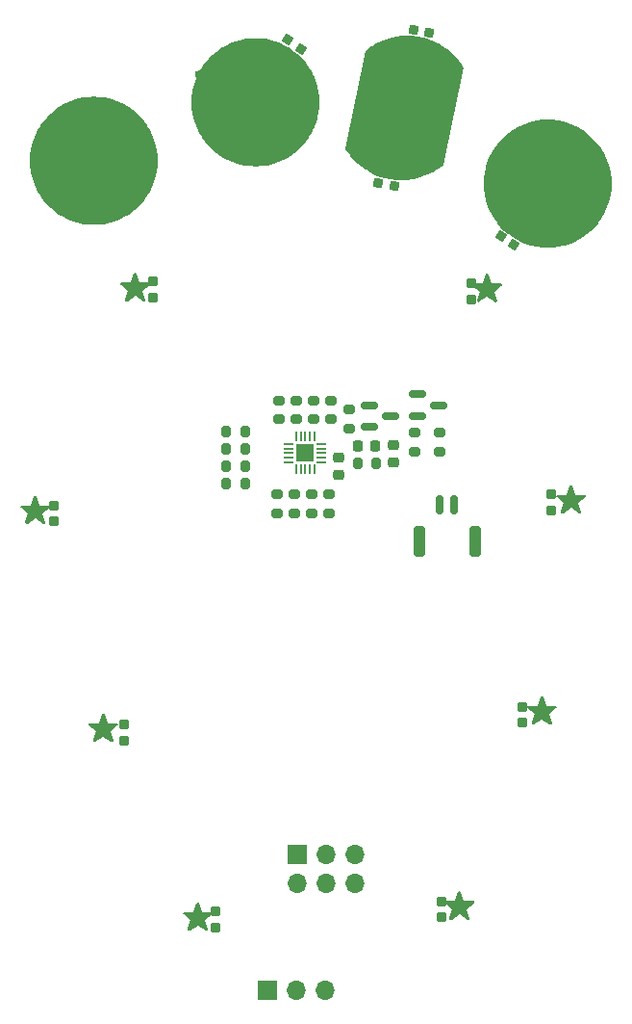
<source format=gbr>
%TF.GenerationSoftware,KiCad,Pcbnew,8.0.5*%
%TF.CreationDate,2024-10-29T18:32:59-07:00*%
%TF.ProjectId,dfiu-ch32v003,64666975-2d63-4683-9332-763030332e6b,rev?*%
%TF.SameCoordinates,Original*%
%TF.FileFunction,Soldermask,Bot*%
%TF.FilePolarity,Negative*%
%FSLAX46Y46*%
G04 Gerber Fmt 4.6, Leading zero omitted, Abs format (unit mm)*
G04 Created by KiCad (PCBNEW 8.0.5) date 2024-10-29 18:32:59*
%MOMM*%
%LPD*%
G01*
G04 APERTURE LIST*
G04 Aperture macros list*
%AMRoundRect*
0 Rectangle with rounded corners*
0 $1 Rounding radius*
0 $2 $3 $4 $5 $6 $7 $8 $9 X,Y pos of 4 corners*
0 Add a 4 corners polygon primitive as box body*
4,1,4,$2,$3,$4,$5,$6,$7,$8,$9,$2,$3,0*
0 Add four circle primitives for the rounded corners*
1,1,$1+$1,$2,$3*
1,1,$1+$1,$4,$5*
1,1,$1+$1,$6,$7*
1,1,$1+$1,$8,$9*
0 Add four rect primitives between the rounded corners*
20,1,$1+$1,$2,$3,$4,$5,0*
20,1,$1+$1,$4,$5,$6,$7,0*
20,1,$1+$1,$6,$7,$8,$9,0*
20,1,$1+$1,$8,$9,$2,$3,0*%
G04 Aperture macros list end*
%ADD10R,1.700000X1.700000*%
%ADD11O,1.700000X1.700000*%
%ADD12RoundRect,0.102000X0.073673X-0.417819X0.417819X0.073673X-0.073673X0.417819X-0.417819X-0.073673X0*%
%ADD13RoundRect,0.102000X0.347537X0.243348X-0.243348X0.347537X-0.347537X-0.243348X0.243348X-0.347537X0*%
%ADD14RoundRect,0.102000X-0.243348X0.347537X-0.347537X-0.243348X0.243348X-0.347537X0.347537X0.243348X0*%
%ADD15RoundRect,0.102000X0.347537X-0.243348X0.243348X0.347537X-0.347537X0.243348X-0.243348X-0.347537X0*%
%ADD16RoundRect,0.102000X-0.417819X0.073673X-0.073673X-0.417819X0.417819X-0.073673X0.073673X0.417819X0*%
%ADD17RoundRect,0.102000X-0.347537X0.243348X-0.243348X-0.347537X0.347537X-0.243348X0.243348X0.347537X0*%
%ADD18RoundRect,0.102000X-0.073673X0.417819X-0.417819X-0.073673X0.073673X-0.417819X0.417819X0.073673X0*%
%ADD19RoundRect,0.102000X0.417819X0.073673X-0.073673X0.417819X-0.417819X-0.073673X0.073673X-0.417819X0*%
%ADD20RoundRect,0.102000X-0.347537X-0.243348X0.243348X-0.347537X0.347537X0.243348X-0.243348X0.347537X0*%
%ADD21RoundRect,0.150000X-0.587500X-0.150000X0.587500X-0.150000X0.587500X0.150000X-0.587500X0.150000X0*%
%ADD22RoundRect,0.102000X-0.417819X-0.073673X0.073673X-0.417819X0.417819X0.073673X-0.073673X0.417819X0*%
%ADD23RoundRect,0.050000X0.375000X0.050000X-0.375000X0.050000X-0.375000X-0.050000X0.375000X-0.050000X0*%
%ADD24RoundRect,0.050000X0.050000X0.375000X-0.050000X0.375000X-0.050000X-0.375000X0.050000X-0.375000X0*%
%ADD25R,1.650000X1.650000*%
%ADD26RoundRect,0.200000X0.275000X-0.200000X0.275000X0.200000X-0.275000X0.200000X-0.275000X-0.200000X0*%
%ADD27RoundRect,0.200000X0.200000X0.275000X-0.200000X0.275000X-0.200000X-0.275000X0.200000X-0.275000X0*%
%ADD28RoundRect,0.200000X-0.275000X0.200000X-0.275000X-0.200000X0.275000X-0.200000X0.275000X0.200000X0*%
%ADD29RoundRect,0.200000X-0.200000X-0.275000X0.200000X-0.275000X0.200000X0.275000X-0.200000X0.275000X0*%
%ADD30RoundRect,0.150000X0.150000X0.700000X-0.150000X0.700000X-0.150000X-0.700000X0.150000X-0.700000X0*%
%ADD31RoundRect,0.250000X0.250000X1.100000X-0.250000X1.100000X-0.250000X-1.100000X0.250000X-1.100000X0*%
%ADD32RoundRect,0.102000X0.417819X-0.073673X0.073673X0.417819X-0.417819X0.073673X-0.073673X-0.417819X0*%
%ADD33RoundRect,0.102000X-0.300000X0.300000X-0.300000X-0.300000X0.300000X-0.300000X0.300000X0.300000X0*%
%ADD34RoundRect,0.102000X0.300000X-0.300000X0.300000X0.300000X-0.300000X0.300000X-0.300000X-0.300000X0*%
%ADD35RoundRect,0.225000X-0.250000X0.225000X-0.250000X-0.225000X0.250000X-0.225000X0.250000X0.225000X0*%
%ADD36RoundRect,0.225000X0.225000X0.250000X-0.225000X0.250000X-0.225000X-0.250000X0.225000X-0.250000X0*%
%ADD37RoundRect,0.225000X0.250000X-0.225000X0.250000X0.225000X-0.250000X0.225000X-0.250000X-0.225000X0*%
G04 APERTURE END LIST*
D10*
%TO.C,J2*%
X64790845Y-153029274D03*
D11*
X64790845Y-155569274D03*
X67330845Y-153029274D03*
X67330845Y-155569274D03*
X69870845Y-153029274D03*
X69870845Y-155569274D03*
%TD*%
D12*
%TO.C,D20*%
X89175000Y-94200000D03*
X89978010Y-93053186D03*
%TD*%
D13*
%TO.C,D15*%
X71885636Y-93978445D03*
X73264364Y-94221555D03*
%TD*%
D14*
%TO.C,D16*%
X76325028Y-88203434D03*
X76568138Y-86824706D03*
%TD*%
D15*
%TO.C,D13*%
X56474973Y-85878435D03*
X56231863Y-84499707D03*
%TD*%
D16*
%TO.C,D9*%
X47207805Y-94122539D03*
X48010813Y-95269351D03*
%TD*%
D17*
%TO.C,D12*%
X61578446Y-88985635D03*
X61821554Y-90364365D03*
%TD*%
D18*
%TO.C,D19*%
X85946990Y-91821814D03*
X86750000Y-90675000D03*
%TD*%
D19*
%TO.C,D18*%
X83819353Y-99435814D03*
X82672539Y-98632804D03*
%TD*%
D20*
%TO.C,D17*%
X74985635Y-80503446D03*
X76364365Y-80746554D03*
%TD*%
D21*
%TO.C,Q1*%
X75361196Y-114462500D03*
X75361196Y-112562500D03*
X77236196Y-113512500D03*
%TD*%
D22*
%TO.C,D14*%
X63903188Y-81371994D03*
X65050000Y-82175000D03*
%TD*%
D23*
%TO.C,U1*%
X66900000Y-116912500D03*
X66900000Y-117312500D03*
X66900000Y-117712500D03*
X66900000Y-118112500D03*
X66900000Y-118512500D03*
D24*
X66250000Y-119162500D03*
X65850000Y-119162500D03*
X65450000Y-119162500D03*
X65050000Y-119162500D03*
X64650000Y-119162500D03*
D23*
X64000000Y-118512500D03*
X64000000Y-118112500D03*
X64000000Y-117712500D03*
X64000000Y-117312500D03*
X64000000Y-116912500D03*
D24*
X64650000Y-116262500D03*
X65050000Y-116262500D03*
X65450000Y-116262500D03*
X65850000Y-116262500D03*
X66250000Y-116262500D03*
D25*
X65450000Y-117712500D03*
%TD*%
D26*
%TO.C,R16*%
X69298696Y-115537500D03*
X69298696Y-113887500D03*
%TD*%
%TO.C,R15*%
X77248696Y-117562500D03*
X77248696Y-115912500D03*
%TD*%
%TO.C,R14*%
X75098696Y-117587500D03*
X75098696Y-115937500D03*
%TD*%
D27*
%TO.C,R13*%
X71698696Y-118612500D03*
X70048696Y-118612500D03*
%TD*%
D28*
%TO.C,R12*%
X67750000Y-114737500D03*
X67750000Y-113087500D03*
%TD*%
%TO.C,R11*%
X66225000Y-113087500D03*
X66225000Y-114737500D03*
%TD*%
%TO.C,R10*%
X64700000Y-113087500D03*
X64700000Y-114737500D03*
%TD*%
%TO.C,R9*%
X63175000Y-113087500D03*
X63175000Y-114737500D03*
%TD*%
D29*
%TO.C,R8*%
X58500000Y-115837500D03*
X60150000Y-115837500D03*
%TD*%
%TO.C,R7*%
X58500000Y-117362500D03*
X60150000Y-117362500D03*
%TD*%
%TO.C,R6*%
X58500000Y-118887500D03*
X60150000Y-118887500D03*
%TD*%
%TO.C,R5*%
X58500000Y-120412500D03*
X60150000Y-120412500D03*
%TD*%
D26*
%TO.C,R4*%
X62950000Y-122987500D03*
X62950000Y-121337500D03*
%TD*%
%TO.C,R3*%
X64475000Y-122987500D03*
X64475000Y-121337500D03*
%TD*%
%TO.C,R2*%
X66000000Y-122987500D03*
X66000000Y-121337500D03*
%TD*%
%TO.C,R1*%
X67525000Y-122987500D03*
X67525000Y-121337500D03*
%TD*%
D21*
%TO.C,Q2*%
X71123696Y-115437500D03*
X71123696Y-113537500D03*
X72998696Y-114487500D03*
%TD*%
D30*
%TO.C,LS1*%
X78575000Y-122275000D03*
X77325000Y-122275000D03*
D31*
X80425000Y-125475000D03*
X75475000Y-125475000D03*
%TD*%
D10*
%TO.C,J1*%
X62150000Y-164900000D03*
D11*
X64690000Y-164900000D03*
X67230000Y-164900000D03*
%TD*%
D32*
%TO.C,D11*%
X48817194Y-91427461D03*
X48014188Y-90280649D03*
%TD*%
D16*
%TO.C,D10*%
X45353008Y-91696812D03*
X44550000Y-90550000D03*
%TD*%
D33*
%TO.C,D8*%
X52052634Y-102622662D03*
X52052634Y-104022662D03*
%TD*%
%TO.C,D7*%
X43301431Y-123725000D03*
X43301431Y-122325000D03*
%TD*%
%TO.C,D6*%
X49490301Y-141576867D03*
X49490301Y-142976867D03*
%TD*%
%TO.C,D5*%
X57575000Y-158000000D03*
X57575000Y-159400000D03*
%TD*%
D34*
%TO.C,D4*%
X77426483Y-158501570D03*
X77426483Y-157101570D03*
%TD*%
%TO.C,D3*%
X84577914Y-141401570D03*
X84577914Y-140001570D03*
%TD*%
%TO.C,D2*%
X87137613Y-122724703D03*
X87137613Y-121324703D03*
%TD*%
%TO.C,D1*%
X80091783Y-102799703D03*
X80091783Y-104199703D03*
%TD*%
D35*
%TO.C,C3*%
X73248696Y-117012500D03*
X73248696Y-118562500D03*
%TD*%
D36*
%TO.C,C2*%
X71648696Y-117062500D03*
X70098696Y-117062500D03*
%TD*%
D37*
%TO.C,C1*%
X68375000Y-119662500D03*
X68375000Y-118112500D03*
%TD*%
G36*
X47309938Y-86412259D02*
G01*
X47320152Y-86413105D01*
X47771869Y-86469412D01*
X47781978Y-86471099D01*
X48227497Y-86564514D01*
X48237432Y-86567030D01*
X48673718Y-86696918D01*
X48683411Y-86700246D01*
X49107468Y-86865715D01*
X49116853Y-86869831D01*
X49525813Y-87069758D01*
X49534827Y-87074636D01*
X49925879Y-87307653D01*
X49934459Y-87313259D01*
X50304923Y-87577766D01*
X50313010Y-87584060D01*
X50660381Y-87878267D01*
X50667921Y-87885209D01*
X50989790Y-88207078D01*
X50996732Y-88214618D01*
X51290939Y-88561989D01*
X51297233Y-88570076D01*
X51561740Y-88940540D01*
X51567346Y-88949120D01*
X51800363Y-89340172D01*
X51805241Y-89349186D01*
X52005168Y-89758146D01*
X52009284Y-89767531D01*
X52174753Y-90191588D01*
X52178081Y-90201281D01*
X52307969Y-90637567D01*
X52310485Y-90647502D01*
X52403900Y-91093021D01*
X52405587Y-91103130D01*
X52461894Y-91554847D01*
X52462740Y-91565061D01*
X52481551Y-92019876D01*
X52481551Y-92030124D01*
X52462740Y-92484938D01*
X52461894Y-92495152D01*
X52405587Y-92946869D01*
X52403900Y-92956978D01*
X52310485Y-93402497D01*
X52307969Y-93412432D01*
X52178081Y-93848718D01*
X52174753Y-93858411D01*
X52009284Y-94282468D01*
X52005168Y-94291853D01*
X51805241Y-94700813D01*
X51800363Y-94709827D01*
X51567346Y-95100879D01*
X51561740Y-95109459D01*
X51297233Y-95479923D01*
X51290939Y-95488010D01*
X50996732Y-95835381D01*
X50989790Y-95842921D01*
X50667921Y-96164790D01*
X50660381Y-96171732D01*
X50313010Y-96465939D01*
X50304923Y-96472233D01*
X49934459Y-96736740D01*
X49925879Y-96742346D01*
X49534827Y-96975363D01*
X49525813Y-96980241D01*
X49116853Y-97180168D01*
X49107468Y-97184284D01*
X48683411Y-97349753D01*
X48673718Y-97353081D01*
X48237432Y-97482969D01*
X48227497Y-97485485D01*
X47781978Y-97578900D01*
X47771869Y-97580587D01*
X47320152Y-97636894D01*
X47309938Y-97637740D01*
X46855124Y-97656551D01*
X46844876Y-97656551D01*
X46390061Y-97637740D01*
X46379847Y-97636894D01*
X45928130Y-97580587D01*
X45918021Y-97578900D01*
X45472502Y-97485485D01*
X45462567Y-97482969D01*
X45026281Y-97353081D01*
X45016588Y-97349753D01*
X44592531Y-97184284D01*
X44583146Y-97180168D01*
X44174186Y-96980241D01*
X44165172Y-96975363D01*
X43774120Y-96742346D01*
X43765540Y-96736740D01*
X43395076Y-96472233D01*
X43386989Y-96465939D01*
X43039618Y-96171732D01*
X43032078Y-96164790D01*
X42710209Y-95842921D01*
X42703267Y-95835381D01*
X42409060Y-95488010D01*
X42402766Y-95479923D01*
X42138259Y-95109459D01*
X42132653Y-95100879D01*
X41899636Y-94709827D01*
X41894758Y-94700813D01*
X41694831Y-94291853D01*
X41690715Y-94282468D01*
X41525246Y-93858411D01*
X41521918Y-93848718D01*
X41392030Y-93412432D01*
X41389514Y-93402497D01*
X41296099Y-92956978D01*
X41294412Y-92946869D01*
X41238105Y-92495152D01*
X41237259Y-92484938D01*
X41218448Y-92030124D01*
X41218448Y-92019876D01*
X41237259Y-91565061D01*
X41238105Y-91554847D01*
X41294412Y-91103130D01*
X41296099Y-91093021D01*
X41389514Y-90647502D01*
X41392030Y-90637567D01*
X41521918Y-90201281D01*
X41525246Y-90191588D01*
X41690715Y-89767531D01*
X41694831Y-89758146D01*
X41894758Y-89349186D01*
X41899636Y-89340172D01*
X42132653Y-88949120D01*
X42138259Y-88940540D01*
X42402766Y-88570076D01*
X42409060Y-88561989D01*
X42703267Y-88214618D01*
X42710209Y-88207078D01*
X43032078Y-87885209D01*
X43039618Y-87878267D01*
X43386989Y-87584060D01*
X43395076Y-87577766D01*
X43765540Y-87313259D01*
X43774120Y-87307653D01*
X44165172Y-87074636D01*
X44174186Y-87069758D01*
X44583146Y-86869831D01*
X44592531Y-86865715D01*
X45016588Y-86700246D01*
X45026281Y-86696918D01*
X45462567Y-86567030D01*
X45472502Y-86564514D01*
X45918021Y-86471099D01*
X45928130Y-86469412D01*
X46379847Y-86413105D01*
X46390061Y-86412259D01*
X46844876Y-86393448D01*
X46855124Y-86393448D01*
X47309938Y-86412259D01*
G37*
G36*
X61536842Y-81261505D02*
G01*
X61547056Y-81262351D01*
X61998773Y-81318658D01*
X62008882Y-81320345D01*
X62454401Y-81413760D01*
X62464336Y-81416276D01*
X62900622Y-81546164D01*
X62910315Y-81549492D01*
X63334372Y-81714961D01*
X63343757Y-81719077D01*
X63752717Y-81919004D01*
X63761731Y-81923882D01*
X64152783Y-82156899D01*
X64161363Y-82162505D01*
X64531827Y-82427012D01*
X64539914Y-82433306D01*
X64887285Y-82727513D01*
X64894825Y-82734455D01*
X65216694Y-83056324D01*
X65223636Y-83063864D01*
X65517843Y-83411235D01*
X65524137Y-83419322D01*
X65788644Y-83789786D01*
X65794250Y-83798366D01*
X66027267Y-84189418D01*
X66032145Y-84198432D01*
X66232072Y-84607392D01*
X66236188Y-84616777D01*
X66401657Y-85040834D01*
X66404985Y-85050527D01*
X66534873Y-85486813D01*
X66537389Y-85496748D01*
X66630804Y-85942267D01*
X66632491Y-85952376D01*
X66688798Y-86404093D01*
X66689644Y-86414307D01*
X66708455Y-86869122D01*
X66708455Y-86879370D01*
X66689644Y-87334184D01*
X66688798Y-87344398D01*
X66632491Y-87796115D01*
X66630804Y-87806224D01*
X66537389Y-88251743D01*
X66534873Y-88261678D01*
X66404985Y-88697964D01*
X66401657Y-88707657D01*
X66236188Y-89131714D01*
X66232072Y-89141099D01*
X66032145Y-89550059D01*
X66027267Y-89559073D01*
X65794250Y-89950125D01*
X65788644Y-89958705D01*
X65524137Y-90329169D01*
X65517843Y-90337256D01*
X65223636Y-90684627D01*
X65216694Y-90692167D01*
X64894825Y-91014036D01*
X64887285Y-91020978D01*
X64539914Y-91315185D01*
X64531827Y-91321479D01*
X64161363Y-91585986D01*
X64152783Y-91591592D01*
X63761731Y-91824609D01*
X63752717Y-91829487D01*
X63343757Y-92029414D01*
X63334372Y-92033530D01*
X62910315Y-92198999D01*
X62900622Y-92202327D01*
X62464336Y-92332215D01*
X62454401Y-92334731D01*
X62008882Y-92428146D01*
X61998773Y-92429833D01*
X61547056Y-92486140D01*
X61536842Y-92486986D01*
X61082028Y-92505797D01*
X61071780Y-92505797D01*
X60616965Y-92486986D01*
X60606751Y-92486140D01*
X60155034Y-92429833D01*
X60144925Y-92428146D01*
X59699406Y-92334731D01*
X59689471Y-92332215D01*
X59253185Y-92202327D01*
X59243492Y-92198999D01*
X58819435Y-92033530D01*
X58810050Y-92029414D01*
X58401090Y-91829487D01*
X58392076Y-91824609D01*
X58001024Y-91591592D01*
X57992444Y-91585986D01*
X57621980Y-91321479D01*
X57613893Y-91315185D01*
X57266522Y-91020978D01*
X57258982Y-91014036D01*
X56937113Y-90692167D01*
X56930171Y-90684627D01*
X56635964Y-90337256D01*
X56629670Y-90329169D01*
X56365163Y-89958705D01*
X56359557Y-89950125D01*
X56126540Y-89559073D01*
X56121662Y-89550059D01*
X55921735Y-89141099D01*
X55917619Y-89131714D01*
X55752150Y-88707657D01*
X55748822Y-88697964D01*
X55618934Y-88261678D01*
X55616418Y-88251743D01*
X55523003Y-87806224D01*
X55521316Y-87796115D01*
X55465009Y-87344398D01*
X55464163Y-87334184D01*
X55445352Y-86879370D01*
X55445352Y-86869122D01*
X55464163Y-86414307D01*
X55465009Y-86404093D01*
X55521316Y-85952376D01*
X55523003Y-85942267D01*
X55616418Y-85496748D01*
X55618934Y-85486813D01*
X55748822Y-85050527D01*
X55752150Y-85040834D01*
X55917619Y-84616777D01*
X55921735Y-84607392D01*
X56121662Y-84198432D01*
X56126540Y-84189418D01*
X56359557Y-83798366D01*
X56365163Y-83789786D01*
X56629670Y-83419322D01*
X56635964Y-83411235D01*
X56930171Y-83063864D01*
X56937113Y-83056324D01*
X57258982Y-82734455D01*
X57266522Y-82727513D01*
X57613893Y-82433306D01*
X57621980Y-82427012D01*
X57992444Y-82162505D01*
X58001024Y-82156899D01*
X58392076Y-81923882D01*
X58401090Y-81919004D01*
X58810050Y-81719077D01*
X58819435Y-81714961D01*
X59243492Y-81549492D01*
X59253185Y-81546164D01*
X59689471Y-81416276D01*
X59699406Y-81413760D01*
X60144925Y-81320345D01*
X60155034Y-81318658D01*
X60606751Y-81262351D01*
X60616965Y-81261505D01*
X61071780Y-81242694D01*
X61082028Y-81242694D01*
X61536842Y-81261505D01*
G37*
G36*
X87254190Y-88421359D02*
G01*
X87264404Y-88422205D01*
X87716121Y-88478512D01*
X87726230Y-88480199D01*
X88171749Y-88573614D01*
X88181684Y-88576130D01*
X88617970Y-88706018D01*
X88627663Y-88709346D01*
X89051720Y-88874815D01*
X89061105Y-88878931D01*
X89470065Y-89078858D01*
X89479079Y-89083736D01*
X89870131Y-89316753D01*
X89878711Y-89322359D01*
X90249175Y-89586866D01*
X90257262Y-89593160D01*
X90604633Y-89887367D01*
X90612173Y-89894309D01*
X90934042Y-90216178D01*
X90940984Y-90223718D01*
X91235191Y-90571089D01*
X91241485Y-90579176D01*
X91505992Y-90949640D01*
X91511598Y-90958220D01*
X91744615Y-91349272D01*
X91749493Y-91358286D01*
X91949420Y-91767246D01*
X91953536Y-91776631D01*
X92119005Y-92200688D01*
X92122333Y-92210381D01*
X92252221Y-92646667D01*
X92254737Y-92656602D01*
X92348152Y-93102121D01*
X92349839Y-93112230D01*
X92406146Y-93563947D01*
X92406992Y-93574161D01*
X92425803Y-94028976D01*
X92425803Y-94039224D01*
X92406992Y-94494038D01*
X92406146Y-94504252D01*
X92349839Y-94955969D01*
X92348152Y-94966078D01*
X92254737Y-95411597D01*
X92252221Y-95421532D01*
X92122333Y-95857818D01*
X92119005Y-95867511D01*
X91953536Y-96291568D01*
X91949420Y-96300953D01*
X91749493Y-96709913D01*
X91744615Y-96718927D01*
X91511598Y-97109979D01*
X91505992Y-97118559D01*
X91241485Y-97489023D01*
X91235191Y-97497110D01*
X90940984Y-97844481D01*
X90934042Y-97852021D01*
X90612173Y-98173890D01*
X90604633Y-98180832D01*
X90257262Y-98475039D01*
X90249175Y-98481333D01*
X89878711Y-98745840D01*
X89870131Y-98751446D01*
X89479079Y-98984463D01*
X89470065Y-98989341D01*
X89061105Y-99189268D01*
X89051720Y-99193384D01*
X88627663Y-99358853D01*
X88617970Y-99362181D01*
X88181684Y-99492069D01*
X88171749Y-99494585D01*
X87726230Y-99588000D01*
X87716121Y-99589687D01*
X87264404Y-99645994D01*
X87254190Y-99646840D01*
X86799376Y-99665651D01*
X86789128Y-99665651D01*
X86334313Y-99646840D01*
X86324099Y-99645994D01*
X85872382Y-99589687D01*
X85862273Y-99588000D01*
X85416754Y-99494585D01*
X85406819Y-99492069D01*
X84970533Y-99362181D01*
X84960840Y-99358853D01*
X84536783Y-99193384D01*
X84527398Y-99189268D01*
X84118438Y-98989341D01*
X84109424Y-98984463D01*
X83718372Y-98751446D01*
X83709792Y-98745840D01*
X83339328Y-98481333D01*
X83331241Y-98475039D01*
X82983870Y-98180832D01*
X82976330Y-98173890D01*
X82654461Y-97852021D01*
X82647519Y-97844481D01*
X82353312Y-97497110D01*
X82347018Y-97489023D01*
X82082511Y-97118559D01*
X82076905Y-97109979D01*
X81843888Y-96718927D01*
X81839010Y-96709913D01*
X81639083Y-96300953D01*
X81634967Y-96291568D01*
X81469498Y-95867511D01*
X81466170Y-95857818D01*
X81336282Y-95421532D01*
X81333766Y-95411597D01*
X81240351Y-94966078D01*
X81238664Y-94955969D01*
X81182357Y-94504252D01*
X81181511Y-94494038D01*
X81162700Y-94039224D01*
X81162700Y-94028976D01*
X81181511Y-93574161D01*
X81182357Y-93563947D01*
X81238664Y-93112230D01*
X81240351Y-93102121D01*
X81333766Y-92656602D01*
X81336282Y-92646667D01*
X81466170Y-92210381D01*
X81469498Y-92200688D01*
X81634967Y-91776631D01*
X81639083Y-91767246D01*
X81839010Y-91358286D01*
X81843888Y-91349272D01*
X82076905Y-90958220D01*
X82082511Y-90949640D01*
X82347018Y-90579176D01*
X82353312Y-90571089D01*
X82647519Y-90223718D01*
X82654461Y-90216178D01*
X82976330Y-89894309D01*
X82983870Y-89887367D01*
X83331241Y-89593160D01*
X83339328Y-89586866D01*
X83709792Y-89322359D01*
X83718372Y-89316753D01*
X84109424Y-89083736D01*
X84118438Y-89078858D01*
X84527398Y-88878931D01*
X84536783Y-88874815D01*
X84960840Y-88709346D01*
X84970533Y-88706018D01*
X85406819Y-88576130D01*
X85416754Y-88573614D01*
X85862273Y-88480199D01*
X85872382Y-88478512D01*
X86324099Y-88422205D01*
X86334313Y-88421359D01*
X86789128Y-88402548D01*
X86799376Y-88402548D01*
X87254190Y-88421359D01*
G37*
G36*
X50555451Y-101869905D02*
G01*
X50606260Y-101917866D01*
X50616427Y-101940026D01*
X50886130Y-102723132D01*
X50886131Y-102723133D01*
X51693339Y-102723133D01*
X51760378Y-102742818D01*
X51806133Y-102795622D01*
X51816077Y-102864780D01*
X51787052Y-102928336D01*
X51769819Y-102944738D01*
X51125000Y-103449998D01*
X51125000Y-103450000D01*
X51374706Y-104213333D01*
X51376841Y-104283170D01*
X51340880Y-104343075D01*
X51278240Y-104374027D01*
X51208810Y-104366201D01*
X51188388Y-104355272D01*
X50498517Y-103898430D01*
X50498516Y-103898430D01*
X49813621Y-104354005D01*
X49746900Y-104374745D01*
X49679559Y-104356120D01*
X49632977Y-104304044D01*
X49621944Y-104235051D01*
X49627091Y-104212206D01*
X49876430Y-103449999D01*
X49876430Y-103449998D01*
X49231611Y-102944738D01*
X49190982Y-102887895D01*
X49187535Y-102818111D01*
X49222364Y-102757540D01*
X49284410Y-102725415D01*
X49308091Y-102723133D01*
X50115299Y-102723133D01*
X50381803Y-101940436D01*
X50422045Y-101883319D01*
X50486779Y-101857026D01*
X50555451Y-101869905D01*
G37*
G36*
X47722235Y-140599110D02*
G01*
X47773044Y-140647071D01*
X47783211Y-140669231D01*
X48052914Y-141452337D01*
X48052915Y-141452338D01*
X48860123Y-141452338D01*
X48927162Y-141472023D01*
X48972917Y-141524827D01*
X48982861Y-141593985D01*
X48953836Y-141657541D01*
X48936603Y-141673943D01*
X48291784Y-142179203D01*
X48291784Y-142179205D01*
X48541490Y-142942538D01*
X48543625Y-143012375D01*
X48507664Y-143072280D01*
X48445024Y-143103232D01*
X48375594Y-143095406D01*
X48355172Y-143084477D01*
X47665301Y-142627635D01*
X47665300Y-142627635D01*
X46980405Y-143083210D01*
X46913684Y-143103950D01*
X46846343Y-143085325D01*
X46799761Y-143033249D01*
X46788728Y-142964256D01*
X46793875Y-142941411D01*
X47043214Y-142179204D01*
X47043214Y-142179203D01*
X46398395Y-141673943D01*
X46357766Y-141617100D01*
X46354319Y-141547316D01*
X46389148Y-141486745D01*
X46451194Y-141454620D01*
X46474875Y-141452338D01*
X47282083Y-141452338D01*
X47548587Y-140669641D01*
X47588829Y-140612524D01*
X47653563Y-140586231D01*
X47722235Y-140599110D01*
G37*
G36*
X56058365Y-157197243D02*
G01*
X56109174Y-157245204D01*
X56119341Y-157267364D01*
X56389044Y-158050470D01*
X56389045Y-158050471D01*
X57196253Y-158050471D01*
X57263292Y-158070156D01*
X57309047Y-158122960D01*
X57318991Y-158192118D01*
X57289966Y-158255674D01*
X57272733Y-158272076D01*
X56627914Y-158777336D01*
X56627914Y-158777338D01*
X56877620Y-159540671D01*
X56879755Y-159610508D01*
X56843794Y-159670413D01*
X56781154Y-159701365D01*
X56711724Y-159693539D01*
X56691302Y-159682610D01*
X56001431Y-159225768D01*
X56001430Y-159225768D01*
X55316535Y-159681343D01*
X55249814Y-159702083D01*
X55182473Y-159683458D01*
X55135891Y-159631382D01*
X55124858Y-159562389D01*
X55130005Y-159539544D01*
X55379344Y-158777337D01*
X55379344Y-158777336D01*
X54734525Y-158272076D01*
X54693896Y-158215233D01*
X54690449Y-158145449D01*
X54725278Y-158084878D01*
X54787324Y-158052753D01*
X54811005Y-158050471D01*
X55618213Y-158050471D01*
X55884717Y-157267774D01*
X55924959Y-157210657D01*
X55989693Y-157184364D01*
X56058365Y-157197243D01*
G37*
G36*
X41758365Y-121447243D02*
G01*
X41809174Y-121495204D01*
X41819341Y-121517364D01*
X42089044Y-122300470D01*
X42089045Y-122300471D01*
X42896253Y-122300471D01*
X42963292Y-122320156D01*
X43009047Y-122372960D01*
X43018991Y-122442118D01*
X42989966Y-122505674D01*
X42972733Y-122522076D01*
X42327914Y-123027336D01*
X42327914Y-123027338D01*
X42577620Y-123790671D01*
X42579755Y-123860508D01*
X42543794Y-123920413D01*
X42481154Y-123951365D01*
X42411724Y-123943539D01*
X42391302Y-123932610D01*
X41701431Y-123475768D01*
X41701430Y-123475768D01*
X41016535Y-123931343D01*
X40949814Y-123952083D01*
X40882473Y-123933458D01*
X40835891Y-123881382D01*
X40824858Y-123812389D01*
X40830005Y-123789544D01*
X41079344Y-123027337D01*
X41079344Y-123027336D01*
X40434525Y-122522076D01*
X40393896Y-122465233D01*
X40390449Y-122395449D01*
X40425278Y-122334878D01*
X40487324Y-122302753D01*
X40511005Y-122300471D01*
X41318213Y-122300471D01*
X41584717Y-121517774D01*
X41624959Y-121460657D01*
X41689693Y-121434364D01*
X41758365Y-121447243D01*
G37*
G36*
X88909848Y-120523813D02*
G01*
X88960657Y-120571774D01*
X88970824Y-120593934D01*
X89240527Y-121377040D01*
X89240528Y-121377041D01*
X90047736Y-121377041D01*
X90114775Y-121396726D01*
X90160530Y-121449530D01*
X90170474Y-121518688D01*
X90141449Y-121582244D01*
X90124216Y-121598646D01*
X89479397Y-122103906D01*
X89479397Y-122103908D01*
X89729103Y-122867241D01*
X89731238Y-122937078D01*
X89695277Y-122996983D01*
X89632637Y-123027935D01*
X89563207Y-123020109D01*
X89542785Y-123009180D01*
X88852914Y-122552338D01*
X88852913Y-122552338D01*
X88168018Y-123007913D01*
X88101297Y-123028653D01*
X88033956Y-123010028D01*
X87987374Y-122957952D01*
X87976341Y-122888959D01*
X87981488Y-122866114D01*
X88230827Y-122103907D01*
X88230827Y-122103906D01*
X87586008Y-121598646D01*
X87545379Y-121541803D01*
X87541932Y-121472019D01*
X87576761Y-121411448D01*
X87638807Y-121379323D01*
X87662488Y-121377041D01*
X88469696Y-121377041D01*
X88736200Y-120594344D01*
X88776442Y-120537227D01*
X88841176Y-120510934D01*
X88909848Y-120523813D01*
G37*
G36*
X79084848Y-156223813D02*
G01*
X79135657Y-156271774D01*
X79145824Y-156293934D01*
X79415527Y-157077040D01*
X79415528Y-157077041D01*
X80222736Y-157077041D01*
X80289775Y-157096726D01*
X80335530Y-157149530D01*
X80345474Y-157218688D01*
X80316449Y-157282244D01*
X80299216Y-157298646D01*
X79654397Y-157803906D01*
X79654397Y-157803908D01*
X79904103Y-158567241D01*
X79906238Y-158637078D01*
X79870277Y-158696983D01*
X79807637Y-158727935D01*
X79738207Y-158720109D01*
X79717785Y-158709180D01*
X79027914Y-158252338D01*
X79027913Y-158252338D01*
X78343018Y-158707913D01*
X78276297Y-158728653D01*
X78208956Y-158710028D01*
X78162374Y-158657952D01*
X78151341Y-158588959D01*
X78156488Y-158566114D01*
X78405827Y-157803907D01*
X78405827Y-157803906D01*
X77761008Y-157298646D01*
X77720379Y-157241803D01*
X77716932Y-157172019D01*
X77751761Y-157111448D01*
X77813807Y-157079323D01*
X77837488Y-157077041D01*
X78644696Y-157077041D01*
X78911200Y-156294344D01*
X78951442Y-156237227D01*
X79016176Y-156210934D01*
X79084848Y-156223813D01*
G37*
G36*
X81509848Y-101948813D02*
G01*
X81560657Y-101996774D01*
X81570824Y-102018934D01*
X81840527Y-102802040D01*
X81840528Y-102802041D01*
X82647736Y-102802041D01*
X82714775Y-102821726D01*
X82760530Y-102874530D01*
X82770474Y-102943688D01*
X82741449Y-103007244D01*
X82724216Y-103023646D01*
X82079397Y-103528906D01*
X82079397Y-103528908D01*
X82329103Y-104292241D01*
X82331238Y-104362078D01*
X82295277Y-104421983D01*
X82232637Y-104452935D01*
X82163207Y-104445109D01*
X82142785Y-104434180D01*
X81452914Y-103977338D01*
X81452913Y-103977338D01*
X80768018Y-104432913D01*
X80701297Y-104453653D01*
X80633956Y-104435028D01*
X80587374Y-104382952D01*
X80576341Y-104313959D01*
X80581488Y-104291114D01*
X80830827Y-103528907D01*
X80830827Y-103528906D01*
X80186008Y-103023646D01*
X80145379Y-102966803D01*
X80141932Y-102897019D01*
X80176761Y-102836448D01*
X80238807Y-102804323D01*
X80262488Y-102802041D01*
X81069696Y-102802041D01*
X81336200Y-102019344D01*
X81376442Y-101962227D01*
X81441176Y-101935934D01*
X81509848Y-101948813D01*
G37*
G36*
X86334848Y-139073813D02*
G01*
X86385657Y-139121774D01*
X86395824Y-139143934D01*
X86665527Y-139927040D01*
X86665528Y-139927041D01*
X87472736Y-139927041D01*
X87539775Y-139946726D01*
X87585530Y-139999530D01*
X87595474Y-140068688D01*
X87566449Y-140132244D01*
X87549216Y-140148646D01*
X86904397Y-140653906D01*
X86904397Y-140653908D01*
X87154103Y-141417241D01*
X87156238Y-141487078D01*
X87120277Y-141546983D01*
X87057637Y-141577935D01*
X86988207Y-141570109D01*
X86967785Y-141559180D01*
X86277914Y-141102338D01*
X86277913Y-141102338D01*
X85593018Y-141557913D01*
X85526297Y-141578653D01*
X85458956Y-141560028D01*
X85412374Y-141507952D01*
X85401341Y-141438959D01*
X85406488Y-141416114D01*
X85655827Y-140653907D01*
X85655827Y-140653906D01*
X85011008Y-140148646D01*
X84970379Y-140091803D01*
X84966932Y-140022019D01*
X85001761Y-139961448D01*
X85063807Y-139929323D01*
X85087488Y-139927041D01*
X85894696Y-139927041D01*
X86161200Y-139144344D01*
X86201442Y-139087227D01*
X86266176Y-139060934D01*
X86334848Y-139073813D01*
G37*
G36*
X74903679Y-81042382D02*
G01*
X74909733Y-81042843D01*
X75372369Y-81097205D01*
X75378365Y-81098160D01*
X75835002Y-81190270D01*
X75840900Y-81191714D01*
X76288438Y-81320946D01*
X76294197Y-81322868D01*
X76729643Y-81488357D01*
X76735225Y-81490745D01*
X77155636Y-81691373D01*
X77161004Y-81694211D01*
X77563547Y-81928627D01*
X77568664Y-81931895D01*
X77950634Y-82198522D01*
X77955466Y-82202198D01*
X78314307Y-82499254D01*
X78318821Y-82503315D01*
X78652083Y-82828770D01*
X78656249Y-82833186D01*
X78961722Y-83184883D01*
X78965512Y-83189627D01*
X79241333Y-83565466D01*
X79244332Y-83569877D01*
X79352690Y-83742326D01*
X79362546Y-83796455D01*
X77625276Y-92332611D01*
X77600080Y-92374749D01*
X77440706Y-92507292D01*
X77436487Y-92510551D01*
X77057528Y-92782058D01*
X77052452Y-92785388D01*
X76652812Y-93024734D01*
X76647479Y-93027638D01*
X76229556Y-93233418D01*
X76224003Y-93235874D01*
X75790633Y-93406694D01*
X75784898Y-93408687D01*
X75338974Y-93543406D01*
X75333095Y-93544922D01*
X74877629Y-93642630D01*
X74871645Y-93643659D01*
X74409703Y-93703699D01*
X74403655Y-93704234D01*
X73938339Y-93726201D01*
X73932267Y-93726238D01*
X73466722Y-93709985D01*
X73460668Y-93709524D01*
X72998031Y-93655162D01*
X72992035Y-93654207D01*
X72535398Y-93562097D01*
X72529500Y-93560653D01*
X72081962Y-93431421D01*
X72076203Y-93429499D01*
X71640756Y-93264008D01*
X71635174Y-93261620D01*
X71214764Y-93060991D01*
X71209396Y-93058153D01*
X70806853Y-92823735D01*
X70801736Y-92820467D01*
X70419760Y-92553834D01*
X70414928Y-92550157D01*
X70056101Y-92253111D01*
X70051587Y-92249051D01*
X69718321Y-91923588D01*
X69714154Y-91919171D01*
X69408687Y-91567478D01*
X69404897Y-91562735D01*
X69129068Y-91186880D01*
X69126071Y-91182471D01*
X69017711Y-91010033D01*
X69007854Y-90955902D01*
X70745123Y-82419748D01*
X70770319Y-82377610D01*
X70929685Y-82245074D01*
X70933904Y-82241815D01*
X71312886Y-81970293D01*
X71317963Y-81966963D01*
X71717584Y-81727632D01*
X71722916Y-81724728D01*
X72140846Y-81518946D01*
X72146399Y-81516490D01*
X72579769Y-81345671D01*
X72585504Y-81343678D01*
X73031427Y-81208960D01*
X73037307Y-81207444D01*
X73492773Y-81109737D01*
X73498756Y-81108708D01*
X73960698Y-81048668D01*
X73966746Y-81048133D01*
X74432061Y-81026166D01*
X74438133Y-81026129D01*
X74903679Y-81042382D01*
G37*
M02*

</source>
